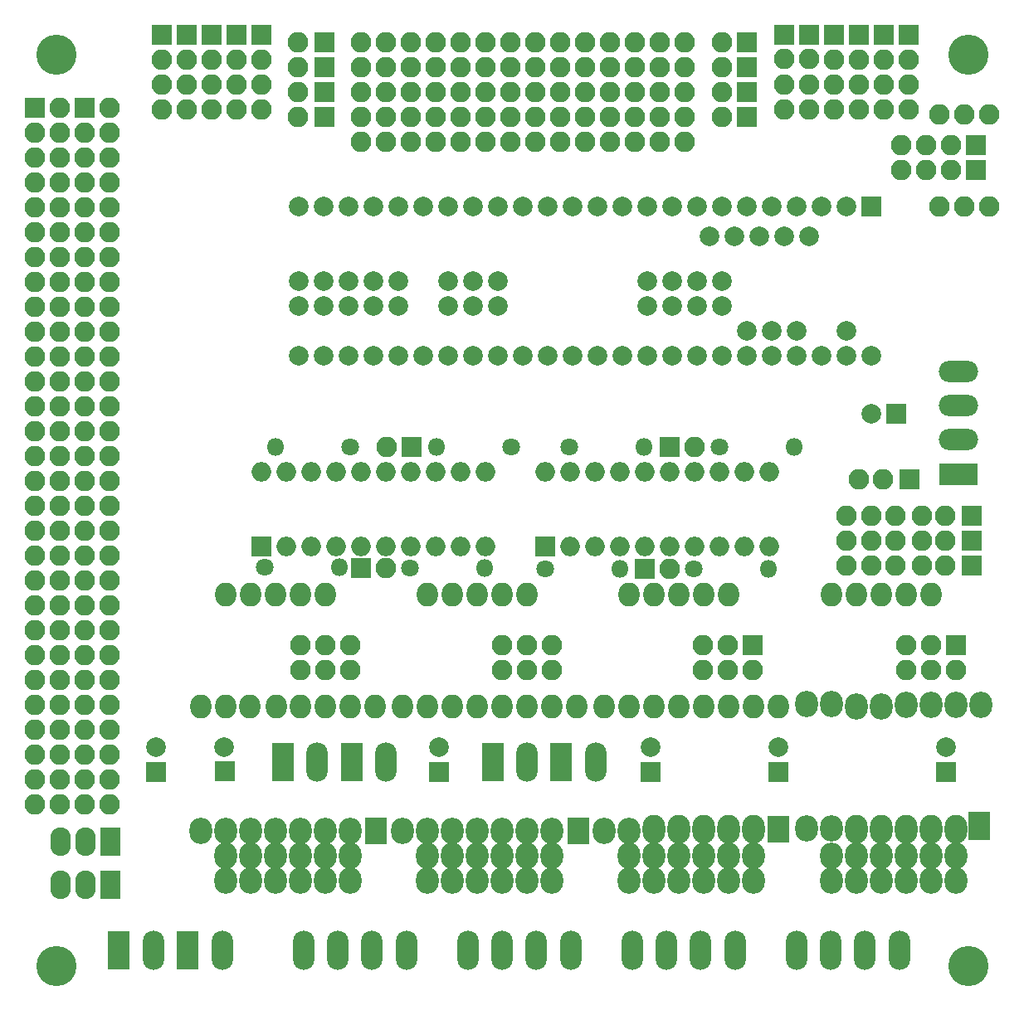
<source format=gts>
G04 #@! TF.FileFunction,Soldermask,Top*
%FSLAX46Y46*%
G04 Gerber Fmt 4.6, Leading zero omitted, Abs format (unit mm)*
G04 Created by KiCad (PCBNEW 4.0.7) date 07/15/18 15:00:33*
%MOMM*%
%LPD*%
G01*
G04 APERTURE LIST*
%ADD10C,2.000000*%
%ADD11O,2.100000X2.100000*%
%ADD12R,2.100000X2.100000*%
%ADD13R,2.000000X2.000000*%
%ADD14C,2.000000*%
%ADD15R,2.100000X2.900000*%
%ADD16O,2.100000X2.900000*%
%ADD17R,2.200000X4.000000*%
%ADD18O,2.200000X4.000000*%
%ADD19C,4.100000*%
%ADD20O,2.305000X2.686000*%
%ADD21O,2.178000X2.432000*%
%ADD22R,4.000000X2.200000*%
%ADD23O,4.000000X2.200000*%
%ADD24R,2.178000X2.686000*%
%ADD25O,2.305000X2.940000*%
%ADD26R,2.178000X2.940000*%
%ADD27O,2.000000X2.000000*%
%ADD28C,1.800000*%
%ADD29O,1.800000X1.800000*%
G04 APERTURE END LIST*
D10*
D11*
X153670000Y-78359000D03*
X153670000Y-80899000D03*
X153670000Y-83439000D03*
X153670000Y-85979000D03*
X153670000Y-88519000D03*
X156210000Y-78359000D03*
X156210000Y-80899000D03*
X156210000Y-83439000D03*
X156210000Y-85979000D03*
X156210000Y-88519000D03*
X158750000Y-78359000D03*
X158750000Y-80899000D03*
X158750000Y-83439000D03*
X158750000Y-85979000D03*
X158750000Y-88519000D03*
X161290000Y-78359000D03*
X161290000Y-80899000D03*
X161290000Y-83439000D03*
X161290000Y-85979000D03*
X161290000Y-88519000D03*
X163830000Y-78359000D03*
X163830000Y-80899000D03*
X163830000Y-83439000D03*
X163830000Y-85979000D03*
X163830000Y-88519000D03*
X166370000Y-78359000D03*
X166370000Y-80899000D03*
X166370000Y-83439000D03*
X166370000Y-85979000D03*
X166370000Y-88519000D03*
X168910000Y-78359000D03*
X168910000Y-80899000D03*
X168910000Y-83439000D03*
X168910000Y-85979000D03*
X168910000Y-88519000D03*
X171450000Y-78359000D03*
X171450000Y-80899000D03*
X171450000Y-83439000D03*
X171450000Y-85979000D03*
X171450000Y-88519000D03*
X173990000Y-78359000D03*
X173990000Y-80899000D03*
X173990000Y-83439000D03*
X173990000Y-85979000D03*
X173990000Y-88519000D03*
X176530000Y-78359000D03*
X176530000Y-80899000D03*
X176530000Y-83439000D03*
X176530000Y-85979000D03*
X176530000Y-88519000D03*
X179070000Y-78359000D03*
X179070000Y-80899000D03*
X179070000Y-83439000D03*
X179070000Y-85979000D03*
X179070000Y-88519000D03*
D12*
X191770000Y-77597000D03*
D11*
X191770000Y-80060800D03*
X191770000Y-82753200D03*
X191770000Y-85217000D03*
X181610000Y-78359000D03*
X181610000Y-80899000D03*
X181610000Y-83439000D03*
X181610000Y-85979000D03*
X181610000Y-88519000D03*
X151130000Y-78359000D03*
X151130000Y-80899000D03*
X151130000Y-83439000D03*
X151130000Y-85979000D03*
X151130000Y-88519000D03*
X148590000Y-78359000D03*
X148590000Y-80899000D03*
X148590000Y-83439000D03*
X148590000Y-85979000D03*
X148590000Y-88519000D03*
D13*
X127736600Y-152882600D03*
D14*
X127736600Y-150382600D03*
D13*
X156565600Y-152908000D03*
D14*
X156565600Y-150408000D03*
D15*
X123063000Y-164439600D03*
D16*
X120523000Y-164439600D03*
X117983000Y-164439600D03*
D17*
X123926600Y-171069000D03*
D18*
X127426600Y-171069000D03*
D17*
X130926600Y-171069000D03*
D18*
X134426600Y-171069000D03*
X142748000Y-171069000D03*
X146248000Y-171069000D03*
X149748000Y-171069000D03*
X153248000Y-171069000D03*
X193040000Y-171069000D03*
X196540000Y-171069000D03*
X200040000Y-171069000D03*
X203540000Y-171069000D03*
D17*
X162052000Y-151892000D03*
D18*
X165552000Y-151892000D03*
D17*
X169052000Y-151892000D03*
D18*
X172552000Y-151892000D03*
D19*
X210546000Y-172700000D03*
X210546000Y-79700000D03*
X117546000Y-172700000D03*
D14*
X160020000Y-95199200D03*
X157480000Y-95199200D03*
X154940000Y-95199200D03*
X152400000Y-95199200D03*
X162560000Y-95199200D03*
X165100000Y-95199200D03*
X167640000Y-95199200D03*
X149860000Y-95199200D03*
X147320000Y-95199200D03*
X144780000Y-95199200D03*
X142240000Y-95199200D03*
X142240000Y-110439200D03*
X144780000Y-110439200D03*
X147320000Y-110439200D03*
X149860000Y-110439200D03*
X152400000Y-110439200D03*
X154940000Y-110439200D03*
X157480000Y-110439200D03*
X160020000Y-110439200D03*
X170180000Y-95199200D03*
X172720000Y-95199200D03*
X175260000Y-95199200D03*
X177800000Y-95199200D03*
X180340000Y-95199200D03*
X182880000Y-95199200D03*
X185420000Y-95199200D03*
X187960000Y-95199200D03*
X190500000Y-95199200D03*
X193040000Y-95199200D03*
X195580000Y-95199200D03*
X198120000Y-95199200D03*
D13*
X200660000Y-95199200D03*
D14*
X162560000Y-110439200D03*
X165100000Y-110439200D03*
X167640000Y-110439200D03*
X170180000Y-110439200D03*
X172720000Y-110439200D03*
X175260000Y-110439200D03*
X177800000Y-110439200D03*
X180340000Y-110439200D03*
X182880000Y-110439200D03*
X185420000Y-110439200D03*
X187960000Y-110439200D03*
X190500000Y-110439200D03*
X193040000Y-110439200D03*
X195580000Y-110439200D03*
X198120000Y-110439200D03*
X200660000Y-110439200D03*
X198120000Y-107899200D03*
X193040000Y-107899200D03*
X190500000Y-107899200D03*
X187960000Y-107899200D03*
X185420000Y-102819200D03*
X182880000Y-102819200D03*
X180340000Y-102819200D03*
X177800000Y-102819200D03*
X162560000Y-102819200D03*
X160020000Y-102819200D03*
X157480000Y-102819200D03*
X152400000Y-102819200D03*
X149860000Y-102819200D03*
X147320000Y-102819200D03*
X144780000Y-102819200D03*
X142240000Y-102819200D03*
X142240000Y-105359200D03*
X144780000Y-105359200D03*
X147320000Y-105359200D03*
X149860000Y-105359200D03*
X152400000Y-105359200D03*
X157480000Y-105359200D03*
X160020000Y-105359200D03*
X162560000Y-105359200D03*
X177800000Y-105359200D03*
X180340000Y-105359200D03*
X182880000Y-105359200D03*
X185420000Y-105359200D03*
X194310000Y-98199200D03*
X191770000Y-98199200D03*
X189230000Y-98199200D03*
X186690000Y-98199200D03*
X184150000Y-98199200D03*
D12*
X187960000Y-78359000D03*
D11*
X185420000Y-78359000D03*
D12*
X187960000Y-80899000D03*
D11*
X185420000Y-80899000D03*
D12*
X187960000Y-83439000D03*
D11*
X185420000Y-83439000D03*
D20*
X181076600Y-161467800D03*
X183616600Y-161467800D03*
X178536600Y-161467800D03*
X175996600Y-161467800D03*
D21*
X175996600Y-134797800D03*
X178536600Y-134797800D03*
X181076600Y-134797800D03*
D20*
X186156600Y-161467800D03*
X188696600Y-161467800D03*
D21*
X186156600Y-134797800D03*
X183616600Y-134797800D03*
D20*
X175996600Y-164007800D03*
X181076600Y-164007800D03*
X175996600Y-164007800D03*
X188696600Y-164007800D03*
X186156600Y-164007800D03*
X183616600Y-164007800D03*
X178536600Y-164007800D03*
D13*
X208280000Y-152908000D03*
D14*
X208280000Y-150408000D03*
D18*
X159512000Y-171069000D03*
X163012000Y-171069000D03*
X166512000Y-171069000D03*
X170012000Y-171069000D03*
D22*
X209600800Y-122478800D03*
D23*
X209600800Y-118978800D03*
X209600800Y-115478800D03*
X209600800Y-111978800D03*
D18*
X176276000Y-171069000D03*
X179776000Y-171069000D03*
X183276000Y-171069000D03*
X186776000Y-171069000D03*
D12*
X210896200Y-131826000D03*
D11*
X208203800Y-131826000D03*
X205816200Y-131826000D03*
X203123800Y-131826000D03*
X200660000Y-131826000D03*
X198120000Y-131826000D03*
D12*
X210896200Y-126746000D03*
D11*
X208203800Y-126746000D03*
X205816200Y-126746000D03*
X203123800Y-126746000D03*
X200660000Y-126746000D03*
X198120000Y-126746000D03*
D12*
X210896200Y-129286000D03*
D11*
X208203800Y-129286000D03*
X205816200Y-129286000D03*
X203123800Y-129286000D03*
X200660000Y-129286000D03*
X198120000Y-129286000D03*
D13*
X134696200Y-152781000D03*
D14*
X134645400Y-150408000D03*
D13*
X191236600Y-152908000D03*
D14*
X191236600Y-150408000D03*
D12*
X187960000Y-85979000D03*
D11*
X185420000Y-85979000D03*
D12*
X144856200Y-78359000D03*
D11*
X142163800Y-78359000D03*
D12*
X144856200Y-80899000D03*
D11*
X142163800Y-80899000D03*
D12*
X144856200Y-83439000D03*
D11*
X142163800Y-83439000D03*
D12*
X144856200Y-85979000D03*
D11*
X142163800Y-85979000D03*
X147497800Y-139954000D03*
X147497800Y-142494000D03*
X144957800Y-139954000D03*
X144957800Y-142494000D03*
X142417800Y-139954000D03*
X142417800Y-142494000D03*
X168046400Y-139954000D03*
X168046400Y-142494000D03*
X165506400Y-139954000D03*
X165506400Y-142494000D03*
X162966400Y-139954000D03*
X162966400Y-142494000D03*
D13*
X203200000Y-116332000D03*
D14*
X200700000Y-116332000D03*
D13*
X178130200Y-152908000D03*
D14*
X178130200Y-150408000D03*
D12*
X211328000Y-91440000D03*
D11*
X208788000Y-91440000D03*
X206248000Y-91440000D03*
X203708000Y-91440000D03*
D12*
X211328000Y-88900000D03*
D11*
X208788000Y-88900000D03*
X206248000Y-88900000D03*
X203733400Y-88900000D03*
D20*
X137337800Y-158877000D03*
D21*
X137261600Y-146177000D03*
D20*
X139877800Y-158877000D03*
X134797800Y-158877000D03*
X132257800Y-158877000D03*
D21*
X132257800Y-146177000D03*
X134797800Y-146177000D03*
X139954000Y-146177000D03*
X142417800Y-146177000D03*
X144957800Y-146177000D03*
X147497800Y-146177000D03*
X150037800Y-146177000D03*
D20*
X142417800Y-158877000D03*
X144957800Y-158877000D03*
X147497800Y-158877000D03*
D24*
X150164800Y-158877000D03*
D20*
X157937200Y-158877000D03*
D21*
X157937200Y-146177000D03*
D20*
X160477200Y-158877000D03*
X155397200Y-158877000D03*
X152857200Y-158877000D03*
D21*
X152857200Y-146177000D03*
X155397200Y-146177000D03*
X160477200Y-146177000D03*
X163017200Y-146177000D03*
X165557200Y-146177000D03*
X168097200Y-146177000D03*
X170637200Y-146177000D03*
D20*
X163017200Y-158877000D03*
X165557200Y-158877000D03*
X168097200Y-158877000D03*
D24*
X170764200Y-158877000D03*
D25*
X178536600Y-158750000D03*
D21*
X178536600Y-146177000D03*
D25*
X181076600Y-158750000D03*
D20*
X175996600Y-158877000D03*
X173456600Y-158877000D03*
D21*
X173456600Y-146177000D03*
X175996600Y-146177000D03*
X181076600Y-146177000D03*
X183616600Y-146177000D03*
X186156600Y-146177000D03*
X188696600Y-146177000D03*
X191236600Y-146177000D03*
D25*
X183616600Y-158750000D03*
X186156600Y-158750000D03*
X188696600Y-158750000D03*
D24*
X191236600Y-158750000D03*
D11*
X207645000Y-95199200D03*
X210185000Y-95199200D03*
X212725000Y-95199200D03*
X207645000Y-85725000D03*
X210185000Y-85725000D03*
X212725000Y-85725000D03*
D20*
X160477200Y-161467800D03*
X163017200Y-161467800D03*
X157937200Y-161467800D03*
X155397200Y-161467800D03*
D21*
X155397200Y-134797800D03*
X157937200Y-134797800D03*
X160477200Y-134797800D03*
D20*
X165557200Y-161467800D03*
X168097200Y-161467800D03*
D21*
X165557200Y-134797800D03*
X163017200Y-134797800D03*
D20*
X155397200Y-164007800D03*
X160477200Y-164007800D03*
X155397200Y-164007800D03*
X168097200Y-164007800D03*
X165557200Y-164007800D03*
X163017200Y-164007800D03*
X157937200Y-164007800D03*
X139877800Y-161467800D03*
X142417800Y-161467800D03*
X137337800Y-161467800D03*
X134797800Y-161467800D03*
D21*
X134797800Y-134797800D03*
X137337800Y-134797800D03*
X139877800Y-134797800D03*
D20*
X144957800Y-161467800D03*
X147497800Y-161467800D03*
D21*
X144957800Y-134797800D03*
X142417800Y-134797800D03*
D20*
X134797800Y-164007800D03*
X139877800Y-164007800D03*
X134797800Y-164007800D03*
X147497800Y-164007800D03*
X144957800Y-164007800D03*
X142417800Y-164007800D03*
X137337800Y-164007800D03*
X201676000Y-161467800D03*
X204216000Y-161467800D03*
X199136000Y-161467800D03*
X196596000Y-161467800D03*
D21*
X196596000Y-134797800D03*
X199136000Y-134797800D03*
X201676000Y-134797800D03*
D20*
X206756000Y-161467800D03*
X209296000Y-161467800D03*
D21*
X206756000Y-134797800D03*
X204216000Y-134797800D03*
D20*
X196596000Y-164007800D03*
X201676000Y-164007800D03*
X196596000Y-164007800D03*
X209296000Y-164007800D03*
X206756000Y-164007800D03*
X204216000Y-164007800D03*
X199136000Y-164007800D03*
D25*
X199136000Y-158750000D03*
D20*
X199136000Y-146177000D03*
D25*
X201676000Y-158750000D03*
D20*
X196596000Y-158623000D03*
X194056000Y-158623000D03*
X194056000Y-145923000D03*
X196596000Y-145923000D03*
X201676000Y-146177000D03*
X204216000Y-146050000D03*
X206756000Y-146050000D03*
X209296000Y-146050000D03*
X211836000Y-146050000D03*
D25*
X204216000Y-158750000D03*
X206756000Y-158750000D03*
X209296000Y-158750000D03*
D26*
X211709000Y-158369000D03*
D12*
X130810000Y-77597000D03*
D11*
X130810000Y-80213200D03*
X130810000Y-82677000D03*
X130810000Y-85217000D03*
D12*
X194310000Y-77597000D03*
D11*
X194310000Y-80060800D03*
X194310000Y-82753200D03*
X194310000Y-85217000D03*
D12*
X204597000Y-123037600D03*
D11*
X201904600Y-123037600D03*
X199440800Y-123037600D03*
D12*
X199390000Y-77597000D03*
D11*
X199390000Y-80137000D03*
X199390000Y-82677000D03*
X199390000Y-85217000D03*
D12*
X196850000Y-77597000D03*
D11*
X196850000Y-80137000D03*
X196850000Y-82677000D03*
X196850000Y-85217000D03*
D12*
X201930000Y-77597000D03*
D11*
X201930000Y-80137000D03*
X201930000Y-82677000D03*
X201930000Y-85217000D03*
D12*
X204470000Y-77597000D03*
D11*
X204470000Y-80137000D03*
X204470000Y-82677000D03*
X204470000Y-85217000D03*
D13*
X138480800Y-129895600D03*
D27*
X161340800Y-122275600D03*
X141020800Y-129895600D03*
X158800800Y-122275600D03*
X143560800Y-129895600D03*
X156260800Y-122275600D03*
X146100800Y-129895600D03*
X153720800Y-122275600D03*
X148640800Y-129895600D03*
X151180800Y-122275600D03*
X151180800Y-129895600D03*
X148640800Y-122275600D03*
X153720800Y-129895600D03*
X146100800Y-122275600D03*
X156260800Y-129895600D03*
X143560800Y-122275600D03*
X158800800Y-129895600D03*
X141020800Y-122275600D03*
X161340800Y-129895600D03*
X138480800Y-122275600D03*
D13*
X167386000Y-129870200D03*
D27*
X190246000Y-122250200D03*
X169926000Y-129870200D03*
X187706000Y-122250200D03*
X172466000Y-129870200D03*
X185166000Y-122250200D03*
X175006000Y-129870200D03*
X182626000Y-122250200D03*
X177546000Y-129870200D03*
X180086000Y-122250200D03*
X180086000Y-129870200D03*
X177546000Y-122250200D03*
X182626000Y-129870200D03*
X175006000Y-122250200D03*
X185166000Y-129870200D03*
X172466000Y-122250200D03*
X187706000Y-129870200D03*
X169926000Y-122250200D03*
X190246000Y-129870200D03*
X167386000Y-122250200D03*
D19*
X117546000Y-79700000D03*
D15*
X123063000Y-160020000D03*
D16*
X120523000Y-160020000D03*
X117983000Y-160020000D03*
D12*
X188595000Y-139954000D03*
D11*
X188595000Y-142494000D03*
X186055000Y-139954000D03*
X186055000Y-142494000D03*
X183515000Y-139954000D03*
X183515000Y-142494000D03*
D12*
X133350000Y-77597000D03*
D11*
X133350000Y-80137000D03*
X133350000Y-82677000D03*
X133350000Y-85217000D03*
D12*
X135890000Y-77597000D03*
D11*
X135890000Y-80137000D03*
X135890000Y-82677000D03*
X135890000Y-85217000D03*
D12*
X138430000Y-77597000D03*
D11*
X138430000Y-80137000D03*
X138430000Y-82677000D03*
X138430000Y-85217000D03*
D12*
X115316000Y-85090000D03*
D11*
X117856000Y-85090000D03*
X115316000Y-87630000D03*
X117856000Y-87630000D03*
X115316000Y-90170000D03*
X117856000Y-90170000D03*
X115316000Y-92710000D03*
X117856000Y-92710000D03*
X115316000Y-95250000D03*
X117856000Y-95250000D03*
X115316000Y-97790000D03*
X117856000Y-97790000D03*
X115316000Y-100330000D03*
X117856000Y-100330000D03*
X115316000Y-102870000D03*
X117856000Y-102870000D03*
X115316000Y-105410000D03*
X117856000Y-105410000D03*
X115316000Y-107950000D03*
X117856000Y-107950000D03*
X115316000Y-110490000D03*
X117856000Y-110490000D03*
X115316000Y-113030000D03*
X117856000Y-113030000D03*
X115316000Y-115570000D03*
X117856000Y-115570000D03*
X115316000Y-118110000D03*
X117856000Y-118110000D03*
X115316000Y-120650000D03*
X117856000Y-120650000D03*
X115316000Y-123190000D03*
X117856000Y-123190000D03*
X115316000Y-125730000D03*
X117856000Y-125730000D03*
X115316000Y-128270000D03*
X117856000Y-128270000D03*
X115316000Y-130810000D03*
X117856000Y-130810000D03*
X115316000Y-133350000D03*
X117856000Y-133350000D03*
X115316000Y-135890000D03*
X117856000Y-135890000D03*
X115316000Y-138430000D03*
X117856000Y-138430000D03*
X115316000Y-140970000D03*
X117856000Y-140970000D03*
X115316000Y-143510000D03*
X117856000Y-143510000D03*
X115316000Y-146050000D03*
X117856000Y-146050000D03*
X115316000Y-148590000D03*
X117856000Y-148590000D03*
X115316000Y-151130000D03*
X117856000Y-151130000D03*
X115316000Y-153670000D03*
X117856000Y-153670000D03*
X115316000Y-156210000D03*
X117856000Y-156210000D03*
D12*
X120396000Y-85090000D03*
D11*
X122936000Y-85090000D03*
X120396000Y-87630000D03*
X122936000Y-87630000D03*
X120396000Y-90170000D03*
X122936000Y-90170000D03*
X120396000Y-92710000D03*
X122936000Y-92710000D03*
X120396000Y-95250000D03*
X122936000Y-95250000D03*
X120396000Y-97790000D03*
X122936000Y-97790000D03*
X120396000Y-100330000D03*
X122936000Y-100330000D03*
X120396000Y-102870000D03*
X122936000Y-102870000D03*
X120396000Y-105410000D03*
X122936000Y-105410000D03*
X120396000Y-107950000D03*
X122936000Y-107950000D03*
X120396000Y-110490000D03*
X122936000Y-110490000D03*
X120396000Y-113030000D03*
X122936000Y-113030000D03*
X120396000Y-115570000D03*
X122936000Y-115570000D03*
X120396000Y-118110000D03*
X122936000Y-118110000D03*
X120396000Y-120650000D03*
X122936000Y-120650000D03*
X120396000Y-123190000D03*
X122936000Y-123190000D03*
X120396000Y-125730000D03*
X122936000Y-125730000D03*
X120396000Y-128270000D03*
X122936000Y-128270000D03*
X120396000Y-130810000D03*
X122936000Y-130810000D03*
X120396000Y-133350000D03*
X122936000Y-133350000D03*
X120396000Y-135890000D03*
X122936000Y-135890000D03*
X120396000Y-138430000D03*
X122936000Y-138430000D03*
X120396000Y-140970000D03*
X122936000Y-140970000D03*
X120396000Y-143510000D03*
X122936000Y-143510000D03*
X120396000Y-146050000D03*
X122936000Y-146050000D03*
X120396000Y-148590000D03*
X122936000Y-148590000D03*
X120396000Y-151130000D03*
X122936000Y-151130000D03*
X120396000Y-153670000D03*
X122936000Y-153670000D03*
X120396000Y-156210000D03*
X122936000Y-156210000D03*
D12*
X177546000Y-132130800D03*
D11*
X180086000Y-132130800D03*
D28*
X182575200Y-132181600D03*
D29*
X190195200Y-132181600D03*
D28*
X167411400Y-132181600D03*
D29*
X175031400Y-132181600D03*
D12*
X148640800Y-132054600D03*
D11*
X151180800Y-132054600D03*
D12*
X153746200Y-119735600D03*
D11*
X151206200Y-119735600D03*
D12*
X180111400Y-119735600D03*
D11*
X182651400Y-119735600D03*
D28*
X138760200Y-132029200D03*
D29*
X146380200Y-132029200D03*
D28*
X153644600Y-132105400D03*
D29*
X161264600Y-132105400D03*
D28*
X163931600Y-119710200D03*
D29*
X156311600Y-119710200D03*
D28*
X147523200Y-119684800D03*
D29*
X139903200Y-119684800D03*
D28*
X169900600Y-119710200D03*
D29*
X177520600Y-119710200D03*
D28*
X185191400Y-119710200D03*
D29*
X192811400Y-119710200D03*
D12*
X128270000Y-77597000D03*
D11*
X128270000Y-80137000D03*
X128270000Y-82677000D03*
X128270000Y-85217000D03*
D12*
X209296000Y-139954000D03*
D11*
X209296000Y-142494000D03*
X206756000Y-139954000D03*
X206756000Y-142494000D03*
X204216000Y-139954000D03*
X204216000Y-142494000D03*
D17*
X140639800Y-151892000D03*
D18*
X144139800Y-151892000D03*
D17*
X147639800Y-151892000D03*
D18*
X151139800Y-151892000D03*
M02*

</source>
